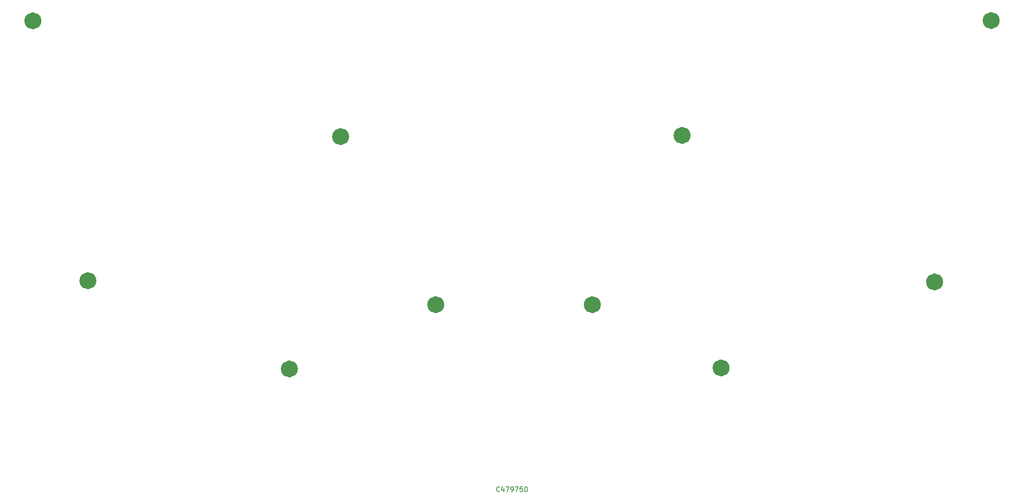
<source format=gbr>
%TF.GenerationSoftware,KiCad,Pcbnew,(6.0.4)*%
%TF.CreationDate,2022-10-16T13:45:35+02:00*%
%TF.ProjectId,Batreeq,42617472-6565-4712-9e6b-696361645f70,rev?*%
%TF.SameCoordinates,Original*%
%TF.FileFunction,Other,Comment*%
%FSLAX46Y46*%
G04 Gerber Fmt 4.6, Leading zero omitted, Abs format (unit mm)*
G04 Created by KiCad (PCBNEW (6.0.4)) date 2022-10-16 13:45:35*
%MOMM*%
%LPD*%
G01*
G04 APERTURE LIST*
%ADD10C,0.150000*%
%ADD11C,1.750000*%
G04 APERTURE END LIST*
D10*
%TO.C,J1*%
X147335725Y-136523218D02*
X147288106Y-136570837D01*
X147145249Y-136618456D01*
X147050011Y-136618456D01*
X146907154Y-136570837D01*
X146811916Y-136475599D01*
X146764297Y-136380361D01*
X146716678Y-136189885D01*
X146716678Y-136047028D01*
X146764297Y-135856552D01*
X146811916Y-135761314D01*
X146907154Y-135666076D01*
X147050011Y-135618456D01*
X147145249Y-135618456D01*
X147288106Y-135666076D01*
X147335725Y-135713695D01*
X148192868Y-135951790D02*
X148192868Y-136618456D01*
X147954773Y-135570837D02*
X147716678Y-136285123D01*
X148335725Y-136285123D01*
X148621440Y-135618456D02*
X149288106Y-135618456D01*
X148859535Y-136618456D01*
X149716678Y-136618456D02*
X149907154Y-136618456D01*
X150002392Y-136570837D01*
X150050011Y-136523218D01*
X150145249Y-136380361D01*
X150192868Y-136189885D01*
X150192868Y-135808933D01*
X150145249Y-135713695D01*
X150097630Y-135666076D01*
X150002392Y-135618456D01*
X149811916Y-135618456D01*
X149716678Y-135666076D01*
X149669059Y-135713695D01*
X149621440Y-135808933D01*
X149621440Y-136047028D01*
X149669059Y-136142266D01*
X149716678Y-136189885D01*
X149811916Y-136237504D01*
X150002392Y-136237504D01*
X150097630Y-136189885D01*
X150145249Y-136142266D01*
X150192868Y-136047028D01*
X150526202Y-135618456D02*
X151192868Y-135618456D01*
X150764297Y-136618456D01*
X152050011Y-135618456D02*
X151573821Y-135618456D01*
X151526202Y-136094647D01*
X151573821Y-136047028D01*
X151669059Y-135999409D01*
X151907154Y-135999409D01*
X152002392Y-136047028D01*
X152050011Y-136094647D01*
X152097630Y-136189885D01*
X152097630Y-136427980D01*
X152050011Y-136523218D01*
X152002392Y-136570837D01*
X151907154Y-136618456D01*
X151669059Y-136618456D01*
X151573821Y-136570837D01*
X151526202Y-136523218D01*
X152716678Y-135618456D02*
X152811916Y-135618456D01*
X152907154Y-135666076D01*
X152954773Y-135713695D01*
X153002392Y-135808933D01*
X153050011Y-135999409D01*
X153050011Y-136237504D01*
X153002392Y-136427980D01*
X152954773Y-136523218D01*
X152907154Y-136570837D01*
X152811916Y-136618456D01*
X152716678Y-136618456D01*
X152621440Y-136570837D01*
X152573821Y-136523218D01*
X152526202Y-136427980D01*
X152478583Y-136237504D01*
X152478583Y-135999409D01*
X152526202Y-135808933D01*
X152573821Y-135713695D01*
X152621440Y-135666076D01*
X152716678Y-135618456D01*
X147335725Y-136519218D02*
X147288106Y-136566837D01*
X147145249Y-136614456D01*
X147050011Y-136614456D01*
X146907154Y-136566837D01*
X146811916Y-136471599D01*
X146764297Y-136376361D01*
X146716678Y-136185885D01*
X146716678Y-136043028D01*
X146764297Y-135852552D01*
X146811916Y-135757314D01*
X146907154Y-135662076D01*
X147050011Y-135614456D01*
X147145249Y-135614456D01*
X147288106Y-135662076D01*
X147335725Y-135709695D01*
X148192868Y-135947790D02*
X148192868Y-136614456D01*
X147954773Y-135566837D02*
X147716678Y-136281123D01*
X148335725Y-136281123D01*
X148621440Y-135614456D02*
X149288106Y-135614456D01*
X148859535Y-136614456D01*
X149716678Y-136614456D02*
X149907154Y-136614456D01*
X150002392Y-136566837D01*
X150050011Y-136519218D01*
X150145249Y-136376361D01*
X150192868Y-136185885D01*
X150192868Y-135804933D01*
X150145249Y-135709695D01*
X150097630Y-135662076D01*
X150002392Y-135614456D01*
X149811916Y-135614456D01*
X149716678Y-135662076D01*
X149669059Y-135709695D01*
X149621440Y-135804933D01*
X149621440Y-136043028D01*
X149669059Y-136138266D01*
X149716678Y-136185885D01*
X149811916Y-136233504D01*
X150002392Y-136233504D01*
X150097630Y-136185885D01*
X150145249Y-136138266D01*
X150192868Y-136043028D01*
X150526202Y-135614456D02*
X151192868Y-135614456D01*
X150764297Y-136614456D01*
X152050011Y-135614456D02*
X151573821Y-135614456D01*
X151526202Y-136090647D01*
X151573821Y-136043028D01*
X151669059Y-135995409D01*
X151907154Y-135995409D01*
X152002392Y-136043028D01*
X152050011Y-136090647D01*
X152097630Y-136185885D01*
X152097630Y-136423980D01*
X152050011Y-136519218D01*
X152002392Y-136566837D01*
X151907154Y-136614456D01*
X151669059Y-136614456D01*
X151573821Y-136566837D01*
X151526202Y-136519218D01*
X152716678Y-135614456D02*
X152811916Y-135614456D01*
X152907154Y-135662076D01*
X152954773Y-135709695D01*
X153002392Y-135804933D01*
X153050011Y-135995409D01*
X153050011Y-136233504D01*
X153002392Y-136423980D01*
X152954773Y-136519218D01*
X152907154Y-136566837D01*
X152811916Y-136614456D01*
X152716678Y-136614456D01*
X152621440Y-136566837D01*
X152573821Y-136519218D01*
X152526202Y-136423980D01*
X152478583Y-136233504D01*
X152478583Y-135995409D01*
X152526202Y-135804933D01*
X152573821Y-135709695D01*
X152621440Y-135662076D01*
X152716678Y-135614456D01*
%TO.C,H10*%
D11*
X167322346Y-98056076D02*
G75*
G03*
X167322346Y-98056076I-875000J0D01*
G01*
%TO.C,H8*%
X249496075Y-39434330D02*
G75*
G03*
X249496075Y-39434330I-875000J0D01*
G01*
%TO.C,H9*%
X135064343Y-98056079D02*
G75*
G03*
X135064343Y-98056079I-875000J0D01*
G01*
%TO.C,H3*%
X193848895Y-111098068D02*
G75*
G03*
X193848895Y-111098068I-875000J0D01*
G01*
%TO.C,H6*%
X115452344Y-63386078D02*
G75*
G03*
X115452344Y-63386078I-875000J0D01*
G01*
%TO.C,H2*%
X104885023Y-111310117D02*
G75*
G03*
X104885023Y-111310117I-875000J0D01*
G01*
%TO.C,H1*%
X63382345Y-93104077D02*
G75*
G03*
X63382345Y-93104077I-875000J0D01*
G01*
%TO.C,H7*%
X185810343Y-63132079D02*
G75*
G03*
X185810343Y-63132079I-875000J0D01*
G01*
%TO.C,H5*%
X52045667Y-39497354D02*
G75*
G03*
X52045667Y-39497354I-875000J0D01*
G01*
%TO.C,H4*%
X237840997Y-93358077D02*
G75*
G03*
X237840997Y-93358077I-875000J0D01*
G01*
%TD*%
M02*

</source>
